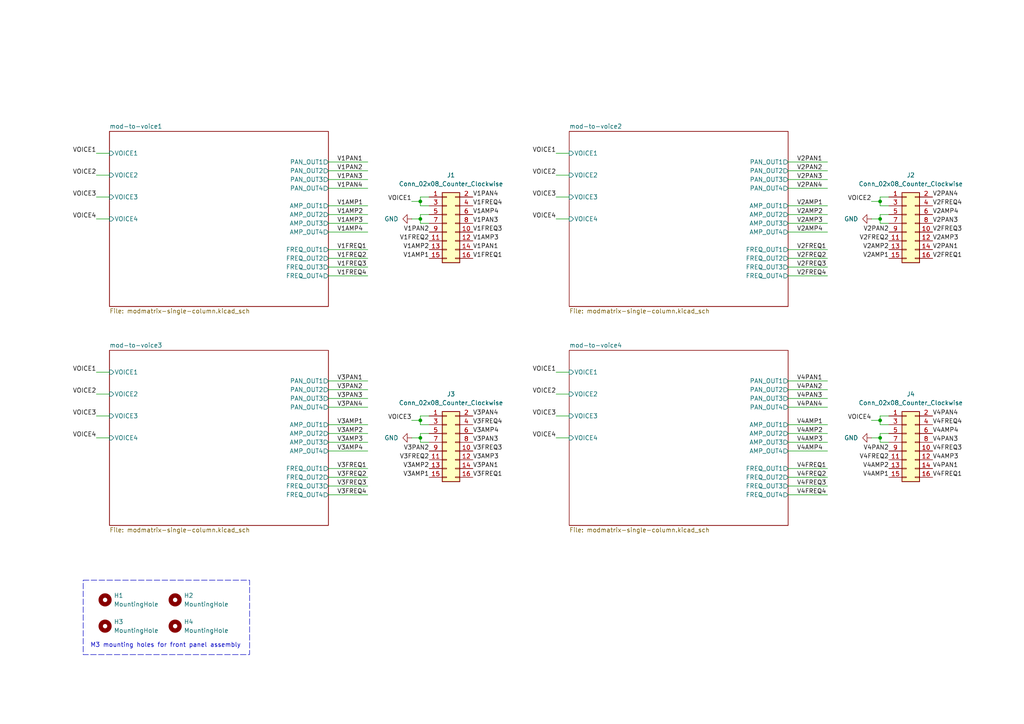
<source format=kicad_sch>
(kicad_sch (version 20231120) (generator "eeschema") (generator_version "8.0")
  (paper "A4")
  (title_block (title "Solstrejf Modulation Matrix Toplevel") (date "2024-08-24") (rev "1.0"))
  (lib_symbols
    (symbol "Connector_Generic:Conn_02x08_Odd_Even" (pin_names (offset 1.016) hide)
      (property "Reference" "J" (at 1.27 10.16 0))
      (property "Value" "Conn_02x08_Odd_Even" (at 1.27 -12.7 0))
      (symbol "Conn_02x08_Odd_Even_1_1"
        (rectangle (start -1.27 -10.033) (end 0 -10.287) (stroke (width 0.1524)))
        (rectangle (start -1.27 -7.493) (end 0 -7.747) (stroke (width 0.1524)))
        (rectangle (start -1.27 -4.953) (end 0 -5.207) (stroke (width 0.1524)))
        (rectangle (start -1.27 -2.413) (end 0 -2.667) (stroke (width 0.1524)))
        (rectangle (start -1.27 0.127) (end 0 -0.127) (stroke (width 0.1524)))
        (rectangle (start -1.27 2.667) (end 0 2.413) (stroke (width 0.1524)))
        (rectangle (start -1.27 5.207) (end 0 4.953) (stroke (width 0.1524)))
        (rectangle (start -1.27 7.747) (end 0 7.493) (stroke (width 0.1524)))
        (rectangle (start -1.27 8.89) (end 3.81 -11.43) (stroke (width 0.254)) (fill (type background)))
        (rectangle (start 3.81 -10.033) (end 2.54 -10.287) (stroke (width 0.1524)))
        (rectangle (start 3.81 -7.493) (end 2.54 -7.747) (stroke (width 0.1524)))
        (rectangle (start 3.81 -4.953) (end 2.54 -5.207) (stroke (width 0.1524)))
        (rectangle (start 3.81 -2.413) (end 2.54 -2.667) (stroke (width 0.1524)))
        (rectangle (start 3.81 0.127) (end 2.54 -0.127) (stroke (width 0.1524)))
        (rectangle (start 3.81 2.667) (end 2.54 2.413) (stroke (width 0.1524)))
        (rectangle (start 3.81 5.207) (end 2.54 4.953) (stroke (width 0.1524)))
        (rectangle (start 3.81 7.747) (end 2.54 7.493) (stroke (width 0.1524)))
        (pin passive line (at -5.08 7.62 0) (length 3.81) (name "Pin_1") (number "1"))
        (pin passive line (at 7.62 -2.54 180) (length 3.81) (name "Pin_10") (number "10"))
        (pin passive line (at -5.08 -5.08 0) (length 3.81) (name "Pin_11") (number "11"))
        (pin passive line (at 7.62 -5.08 180) (length 3.81) (name "Pin_12") (number "12"))
        (pin passive line (at -5.08 -7.62 0) (length 3.81) (name "Pin_13") (number "13"))
        (pin passive line (at 7.62 -7.62 180) (length 3.81) (name "Pin_14") (number "14"))
        (pin passive line (at -5.08 -10.16 0) (length 3.81) (name "Pin_15") (number "15"))
        (pin passive line (at 7.62 -10.16 180) (length 3.81) (name "Pin_16") (number "16"))
        (pin passive line (at 7.62 7.62 180) (length 3.81) (name "Pin_2") (number "2"))
        (pin passive line (at -5.08 5.08 0) (length 3.81) (name "Pin_3") (number "3"))
        (pin passive line (at 7.62 5.08 180) (length 3.81) (name "Pin_4") (number "4"))
        (pin passive line (at -5.08 2.54 0) (length 3.81) (name "Pin_5") (number "5"))
        (pin passive line (at 7.62 2.54 180) (length 3.81) (name "Pin_6") (number "6"))
        (pin passive line (at -5.08 0 0) (length 3.81) (name "Pin_7") (number "7"))
        (pin passive line (at 7.62 0 180) (length 3.81) (name "Pin_8") (number "8"))
        (pin passive line (at -5.08 -2.54 0) (length 3.81) (name "Pin_9") (number "9"))
      )
    )
    (symbol "Mechanical:MountingHole" (pin_names (offset 1.016)) (exclude_from_sim yes) (in_bom no)
      (property "Reference" "H" (at 0 5.08 0))
      (property "Value" "MountingHole" (at 0 3.175 0))
      (symbol "MountingHole_0_1"
        (circle (center 0 0) (radius 1.27) (stroke (width 1.27)))
      )
    )
    (symbol "power:GND" (power) (pin_numbers hide) (pin_names (offset 0) hide)
      (property "Value" "GND" (at 0 -3.81 0))
      (symbol "GND_0_1"
        (polyline (pts (xy 0 0) (xy 0 -1.27) (xy 1.27 -1.27) (xy 0 -2.54) (xy -1.27 -1.27) (xy 0 -1.27)))
      )
      (symbol "GND_1_1"
        (pin power_in line (at 0 0 270) (length 0) (name "~") (number "1"))
      )
    )
  )
  (junction (at 255.27 58.42))
  (junction (at 255.27 63.5))
  (junction (at 121.92 121.92))
  (junction (at 121.92 127))
  (junction (at 255.27 121.92))
  (junction (at 121.92 63.5))
  (junction (at 121.92 58.42))
  (junction (at 255.27 127))
  (wire (pts (xy 27.94 50.8) (xy 31.75 50.8)))
  (wire (pts (xy 228.6 49.53) (xy 240.03 49.53)))
  (wire (pts (xy 257.81 62.23) (xy 255.27 62.23)))
  (wire (pts (xy 95.25 59.69) (xy 106.68 59.69)))
  (wire (pts (xy 95.25 74.93) (xy 106.68 74.93)))
  (wire (pts (xy 124.46 123.19) (xy 121.92 123.19)))
  (wire (pts (xy 95.25 110.49) (xy 106.68 110.49)))
  (wire (pts (xy 27.94 44.45) (xy 31.75 44.45)))
  (wire (pts (xy 228.6 52.07) (xy 240.03 52.07)))
  (wire (pts (xy 228.6 135.89) (xy 240.03 135.89)))
  (wire (pts (xy 161.29 57.15) (xy 165.1 57.15)))
  (wire (pts (xy 95.25 54.61) (xy 106.68 54.61)))
  (wire (pts (xy 124.46 125.73) (xy 121.92 125.73)))
  (wire (pts (xy 228.6 140.97) (xy 240.03 140.97)))
  (wire (pts (xy 27.94 63.5) (xy 31.75 63.5)))
  (wire (pts (xy 121.92 63.5) (xy 119.38 63.5)))
  (wire (pts (xy 255.27 121.92) (xy 252.73 121.92)))
  (wire (pts (xy 255.27 128.27) (xy 255.27 127)))
  (wire (pts (xy 161.29 44.45) (xy 165.1 44.45)))
  (wire (pts (xy 95.25 115.57) (xy 106.68 115.57)))
  (wire (pts (xy 255.27 63.5) (xy 252.73 63.5)))
  (wire (pts (xy 121.92 127) (xy 121.92 125.73)))
  (wire (pts (xy 95.25 113.03) (xy 106.68 113.03)))
  (wire (pts (xy 257.81 128.27) (xy 255.27 128.27)))
  (wire (pts (xy 95.25 128.27) (xy 106.68 128.27)))
  (wire (pts (xy 95.25 80.01) (xy 106.68 80.01)))
  (wire (pts (xy 95.25 140.97) (xy 106.68 140.97)))
  (wire (pts (xy 95.25 125.73) (xy 106.68 125.73)))
  (wire (pts (xy 124.46 128.27) (xy 121.92 128.27)))
  (wire (pts (xy 95.25 118.11) (xy 106.68 118.11)))
  (wire (pts (xy 27.94 120.65) (xy 31.75 120.65)))
  (wire (pts (xy 228.6 62.23) (xy 240.03 62.23)))
  (wire (pts (xy 27.94 114.3) (xy 31.75 114.3)))
  (wire (pts (xy 257.81 123.19) (xy 255.27 123.19)))
  (wire (pts (xy 95.25 123.19) (xy 106.68 123.19)))
  (wire (pts (xy 257.81 125.73) (xy 255.27 125.73)))
  (wire (pts (xy 95.25 46.99) (xy 106.68 46.99)))
  (wire (pts (xy 257.81 57.15) (xy 255.27 57.15)))
  (wire (pts (xy 228.6 64.77) (xy 240.03 64.77)))
  (wire (pts (xy 228.6 80.01) (xy 240.03 80.01)))
  (wire (pts (xy 95.25 64.77) (xy 106.68 64.77)))
  (wire (pts (xy 161.29 63.5) (xy 165.1 63.5)))
  (wire (pts (xy 95.25 77.47) (xy 106.68 77.47)))
  (wire (pts (xy 228.6 67.31) (xy 240.03 67.31)))
  (wire (pts (xy 121.92 121.92) (xy 119.38 121.92)))
  (wire (pts (xy 255.27 127) (xy 255.27 125.73)))
  (wire (pts (xy 161.29 114.3) (xy 165.1 114.3)))
  (wire (pts (xy 255.27 64.77) (xy 255.27 63.5)))
  (wire (pts (xy 228.6 77.47) (xy 240.03 77.47)))
  (wire (pts (xy 95.25 130.81) (xy 106.68 130.81)))
  (wire (pts (xy 161.29 50.8) (xy 165.1 50.8)))
  (wire (pts (xy 228.6 74.93) (xy 240.03 74.93)))
  (wire (pts (xy 257.81 64.77) (xy 255.27 64.77)))
  (wire (pts (xy 228.6 125.73) (xy 240.03 125.73)))
  (wire (pts (xy 228.6 128.27) (xy 240.03 128.27)))
  (wire (pts (xy 228.6 54.61) (xy 240.03 54.61)))
  (wire (pts (xy 161.29 127) (xy 165.1 127)))
  (wire (pts (xy 95.25 62.23) (xy 106.68 62.23)))
  (wire (pts (xy 124.46 120.65) (xy 121.92 120.65)))
  (wire (pts (xy 95.25 72.39) (xy 106.68 72.39)))
  (wire (pts (xy 228.6 130.81) (xy 240.03 130.81)))
  (wire (pts (xy 121.92 127) (xy 119.38 127)))
  (wire (pts (xy 121.92 123.19) (xy 121.92 121.92)))
  (wire (pts (xy 255.27 127) (xy 252.73 127)))
  (wire (pts (xy 95.25 52.07) (xy 106.68 52.07)))
  (wire (pts (xy 121.92 64.77) (xy 121.92 63.5)))
  (wire (pts (xy 124.46 64.77) (xy 121.92 64.77)))
  (wire (pts (xy 257.81 120.65) (xy 255.27 120.65)))
  (wire (pts (xy 124.46 62.23) (xy 121.92 62.23)))
  (wire (pts (xy 27.94 127) (xy 31.75 127)))
  (wire (pts (xy 124.46 57.15) (xy 121.92 57.15)))
  (wire (pts (xy 257.81 59.69) (xy 255.27 59.69)))
  (wire (pts (xy 121.92 128.27) (xy 121.92 127)))
  (wire (pts (xy 255.27 63.5) (xy 255.27 62.23)))
  (wire (pts (xy 228.6 115.57) (xy 240.03 115.57)))
  (wire (pts (xy 228.6 138.43) (xy 240.03 138.43)))
  (wire (pts (xy 95.25 143.51) (xy 106.68 143.51)))
  (wire (pts (xy 124.46 59.69) (xy 121.92 59.69)))
  (wire (pts (xy 228.6 59.69) (xy 240.03 59.69)))
  (wire (pts (xy 255.27 59.69) (xy 255.27 58.42)))
  (wire (pts (xy 95.25 138.43) (xy 106.68 138.43)))
  (wire (pts (xy 95.25 49.53) (xy 106.68 49.53)))
  (wire (pts (xy 95.25 135.89) (xy 106.68 135.89)))
  (wire (pts (xy 121.92 63.5) (xy 121.92 62.23)))
  (wire (pts (xy 121.92 58.42) (xy 119.38 58.42)))
  (wire (pts (xy 228.6 143.51) (xy 240.03 143.51)))
  (wire (pts (xy 255.27 123.19) (xy 255.27 121.92)))
  (wire (pts (xy 228.6 110.49) (xy 240.03 110.49)))
  (wire (pts (xy 121.92 59.69) (xy 121.92 58.42)))
  (wire (pts (xy 228.6 46.99) (xy 240.03 46.99)))
  (wire (pts (xy 161.29 120.65) (xy 165.1 120.65)))
  (wire (pts (xy 27.94 107.95) (xy 31.75 107.95)))
  (wire (pts (xy 255.27 58.42) (xy 252.73 58.42)))
  (wire (pts (xy 95.25 67.31) (xy 106.68 67.31)))
  (wire (pts (xy 161.29 107.95) (xy 165.1 107.95)))
  (wire (pts (xy 255.27 121.92) (xy 255.27 120.65)))
  (wire (pts (xy 121.92 58.42) (xy 121.92 57.15)))
  (wire (pts (xy 228.6 113.03) (xy 240.03 113.03)))
  (wire (pts (xy 255.27 58.42) (xy 255.27 57.15)))
  (wire (pts (xy 228.6 72.39) (xy 240.03 72.39)))
  (wire (pts (xy 228.6 123.19) (xy 240.03 123.19)))
  (wire (pts (xy 27.94 57.15) (xy 31.75 57.15)))
  (wire (pts (xy 121.92 121.92) (xy 121.92 120.65)))
  (wire (pts (xy 228.6 118.11) (xy 240.03 118.11)))
  (rectangle (start 24.13 168.275) (end 72.39 189.865) (stroke (width 0) (type dash)))
  (text "M3 mounting holes for front panel assembly " (at 48.514 187.198 0) (effects (font (size 1.27 1.27))))
  (label "VOICE2" (at 27.94 50.8 180))
  (label "V4FREQ4" (at 270.51 123.19 0))
  (label "V1PAN2" (at 97.79 49.53 0))
  (label "V4AMP3" (at 270.51 133.35 0))
  (label "V3PAN2" (at 124.46 130.81 180))
  (label "V2PAN1" (at 270.51 72.39 0))
  (label "V2FREQ3" (at 270.51 67.31 0))
  (label "V2PAN3" (at 231.14 52.07 0))
  (label "VOICE3" (at 161.29 120.65 180))
  (label "V1AMP3" (at 97.79 64.77 0))
  (label "V2FREQ1" (at 231.14 72.39 0))
  (label "VOICE2" (at 161.29 114.3 180))
  (label "V2AMP4" (at 231.14 67.31 0))
  (label "V4PAN2" (at 231.14 113.03 0))
  (label "VOICE4" (at 161.29 127 180))
  (label "V2AMP4" (at 270.51 62.23 0))
  (label "V3FREQ4" (at 137.16 123.19 0))
  (label "V1AMP2" (at 97.79 62.23 0))
  (label "V2FREQ2" (at 257.81 69.85 180))
  (label "V3FREQ3" (at 97.79 140.97 0))
  (label "V2PAN3" (at 270.51 64.77 0))
  (label "V1AMP3" (at 137.16 69.85 0))
  (label "V2FREQ3" (at 231.14 77.47 0))
  (label "V3PAN3" (at 137.16 128.27 0))
  (label "V1FREQ3" (at 137.16 67.31 0))
  (label "V1FREQ2" (at 97.79 74.93 0))
  (label "V3AMP1" (at 97.79 123.19 0))
  (label "V4PAN2" (at 257.81 130.81 180))
  (label "VOICE4" (at 252.73 121.92 180))
  (label "V2FREQ4" (at 270.51 59.69 0))
  (label "V4PAN1" (at 231.14 110.49 0))
  (label "VOICE4" (at 161.29 63.5 180))
  (label "V3PAN2" (at 97.79 113.03 0))
  (label "V4AMP4" (at 231.14 130.81 0))
  (label "V2PAN2" (at 257.81 67.31 180))
  (label "V1AMP2" (at 124.46 72.39 180))
  (label "V2PAN4" (at 231.14 54.61 0))
  (label "VOICE1" (at 119.38 58.42 180))
  (label "V1PAN1" (at 97.79 46.99 0))
  (label "V2AMP1" (at 231.14 59.69 0))
  (label "V4AMP2" (at 231.14 125.73 0))
  (label "VOICE3" (at 119.38 121.92 180))
  (label "V3PAN3" (at 97.79 115.57 0))
  (label "V4PAN4" (at 231.14 118.11 0))
  (label "V4FREQ3" (at 270.51 130.81 0))
  (label "V3PAN1" (at 137.16 135.89 0))
  (label "V3PAN1" (at 97.79 110.49 0))
  (label "V2FREQ4" (at 231.14 80.01 0))
  (label "V1PAN3" (at 97.79 52.07 0))
  (label "V2AMP3" (at 270.51 69.85 0))
  (label "VOICE4" (at 27.94 63.5 180))
  (label "V2AMP3" (at 231.14 64.77 0))
  (label "V2PAN4" (at 270.51 57.15 0))
  (label "V1AMP1" (at 124.46 74.93 180))
  (label "V2PAN1" (at 231.14 46.99 0))
  (label "V4FREQ2" (at 231.14 138.43 0))
  (label "V1PAN3" (at 137.16 64.77 0))
  (label "V4FREQ1" (at 231.14 135.89 0))
  (label "V4AMP2" (at 257.81 135.89 180))
  (label "VOICE1" (at 161.29 44.45 180))
  (label "V3FREQ2" (at 97.79 138.43 0))
  (label "V4PAN3" (at 270.51 128.27 0))
  (label "V2AMP2" (at 231.14 62.23 0))
  (label "V1PAN1" (at 137.16 72.39 0))
  (label "V3AMP4" (at 137.16 125.73 0))
  (label "V3AMP4" (at 97.79 130.81 0))
  (label "V1PAN4" (at 137.16 57.15 0))
  (label "V3FREQ1" (at 97.79 135.89 0))
  (label "VOICE2" (at 27.94 114.3 180))
  (label "V3FREQ3" (at 137.16 130.81 0))
  (label "V1PAN2" (at 124.46 67.31 180))
  (label "V3FREQ2" (at 124.46 133.35 180))
  (label "V2FREQ1" (at 270.51 74.93 0))
  (label "V4AMP3" (at 231.14 128.27 0))
  (label "VOICE1" (at 27.94 107.95 180))
  (label "V4AMP4" (at 270.51 125.73 0))
  (label "V3FREQ1" (at 137.16 138.43 0))
  (label "V3PAN4" (at 137.16 120.65 0))
  (label "V1FREQ1" (at 137.16 74.93 0))
  (label "V3AMP2" (at 124.46 135.89 180))
  (label "V3FREQ4" (at 97.79 143.51 0))
  (label "V4PAN1" (at 270.51 135.89 0))
  (label "V4PAN3" (at 231.14 115.57 0))
  (label "V2AMP1" (at 257.81 74.93 180))
  (label "V1FREQ4" (at 137.16 59.69 0))
  (label "V1FREQ3" (at 97.79 77.47 0))
  (label "VOICE4" (at 27.94 127 180))
  (label "V2AMP2" (at 257.81 72.39 180))
  (label "V3AMP1" (at 124.46 138.43 180))
  (label "V4AMP1" (at 231.14 123.19 0))
  (label "V1AMP1" (at 97.79 59.69 0))
  (label "V4AMP1" (at 257.81 138.43 180))
  (label "VOICE2" (at 161.29 50.8 180))
  (label "V4FREQ1" (at 270.51 138.43 0))
  (label "V4FREQ4" (at 231.14 143.51 0))
  (label "VOICE3" (at 161.29 57.15 180))
  (label "V3AMP3" (at 137.16 133.35 0))
  (label "V1AMP4" (at 137.16 62.23 0))
  (label "VOICE3" (at 27.94 120.65 180))
  (label "V2PAN2" (at 231.14 49.53 0))
  (label "VOICE1" (at 161.29 107.95 180))
  (label "VOICE3" (at 27.94 57.15 180))
  (label "V2FREQ2" (at 231.14 74.93 0))
  (label "V3AMP2" (at 97.79 125.73 0))
  (label "V4FREQ3" (at 231.14 140.97 0))
  (label "V4FREQ2" (at 257.81 133.35 180))
  (label "V4PAN4" (at 270.51 120.65 0))
  (label "V1FREQ1" (at 97.79 72.39 0))
  (label "VOICE1" (at 27.94 44.45 180))
  (label "V3PAN4" (at 97.79 118.11 0))
  (label "V1FREQ4" (at 97.79 80.01 0))
  (label "V1PAN4" (at 97.79 54.61 0))
  (label "V3AMP3" (at 97.79 128.27 0))
  (label "V1FREQ2" (at 124.46 69.85 180))
  (label "VOICE2" (at 252.73 58.42 180))
  (label "V1AMP4" (at 97.79 67.31 0))
  (symbol (lib_id "Connector_Generic:Conn_02x08_Odd_Even") (at 262.89 64.77 0) (unit 1)
    (property "Reference" "J2" (at 264.16 50.8 0))
    (property "Value" "Conn_02x08_Counter_Clockwise" (at 264.16 53.34 0))
    (property "Footprint" "Connector_IDC:IDC-Header_2x08_P2.54mm_Vertical" (effects (hide yes)))
    (property "Description" "Generic connector, double row, 02x08, odd/even pin numbering scheme (row 1 odd numbers, row 2 even numbers), script generated (kicad-library-utils/schlib/autogen/connector/)" (effects (hide yes)))
  )
  (symbol (lib_id "power:GND") (at 119.38 63.5 270) (unit 1)
    (property "Reference" "#PWR050" (effects (hide yes)))
    (property "Value" "GND" (at 115.57 63.5001 90) (effects (justify right)))
    (property "Description" "Power symbol creates a global label with name \"GND\" , ground" (effects (hide yes)))
  )
  (symbol (lib_id "Mechanical:MountingHole") (at 50.8 181.61 0) (unit 1) (exclude_from_sim yes) (in_bom no)
    (property "Reference" "H4" (at 53.34 180.3399 0) (effects (justify left)))
    (property "Value" "MountingHole" (at 53.34 182.8799 0) (effects (justify left)))
    (property "Footprint" "MountingHole:MountingHole_3.2mm_M3_DIN965" (effects (hide yes)))
    (property "Description" "Mounting Hole without connection" (effects (hide yes)))
  )
  (symbol (lib_id "Mechanical:MountingHole") (at 50.8 173.99 0) (unit 1) (exclude_from_sim yes) (in_bom no)
    (property "Reference" "H2" (at 53.34 172.7199 0) (effects (justify left)))
    (property "Value" "MountingHole" (at 53.34 175.2599 0) (effects (justify left)))
    (property "Footprint" "MountingHole:MountingHole_3.2mm_M3_DIN965" (effects (hide yes)))
    (property "Description" "Mounting Hole without connection" (effects (hide yes)))
  )
  (symbol (lib_id "Connector_Generic:Conn_02x08_Odd_Even") (at 129.54 128.27 0) (unit 1)
    (property "Reference" "J3" (at 130.81 114.3 0))
    (property "Value" "Conn_02x08_Counter_Clockwise" (at 130.81 116.84 0))
    (property "Footprint" "Connector_IDC:IDC-Header_2x08_P2.54mm_Vertical" (effects (hide yes)))
    (property "Description" "Generic connector, double row, 02x08, odd/even pin numbering scheme (row 1 odd numbers, row 2 even numbers), script generated (kicad-library-utils/schlib/autogen/connector/)" (effects (hide yes)))
  )
  (symbol (lib_id "Connector_Generic:Conn_02x08_Odd_Even") (at 262.89 128.27 0) (unit 1)
    (property "Reference" "J4" (at 264.16 114.3 0))
    (property "Value" "Conn_02x08_Counter_Clockwise" (at 264.16 116.84 0))
    (property "Footprint" "Connector_IDC:IDC-Header_2x08_P2.54mm_Vertical" (effects (hide yes)))
    (property "Description" "Generic connector, double row, 02x08, odd/even pin numbering scheme (row 1 odd numbers, row 2 even numbers), script generated (kicad-library-utils/schlib/autogen/connector/)" (effects (hide yes)))
  )
  (symbol (lib_id "power:GND") (at 119.38 127 270) (unit 1)
    (property "Reference" "#PWR049" (effects (hide yes)))
    (property "Value" "GND" (at 115.57 127.0001 90) (effects (justify right)))
    (property "Description" "Power symbol creates a global label with name \"GND\" , ground" (effects (hide yes)))
  )
  (symbol (lib_id "power:GND") (at 252.73 63.5 270) (unit 1)
    (property "Reference" "#PWR052" (effects (hide yes)))
    (property "Value" "GND" (at 248.92 63.5001 90) (effects (justify right)))
    (property "Description" "Power symbol creates a global label with name \"GND\" , ground" (effects (hide yes)))
  )
  (symbol (lib_id "Mechanical:MountingHole") (at 30.48 173.99 0) (unit 1) (exclude_from_sim yes) (in_bom no)
    (property "Reference" "H1" (at 33.02 172.7199 0) (effects (justify left)))
    (property "Value" "MountingHole" (at 33.02 175.2599 0) (effects (justify left)))
    (property "Footprint" "MountingHole:MountingHole_3.2mm_M3_DIN965" (effects (hide yes)))
    (property "Description" "Mounting Hole without connection" (effects (hide yes)))
  )
  (symbol (lib_id "Connector_Generic:Conn_02x08_Odd_Even") (at 129.54 64.77 0) (unit 1)
    (property "Reference" "J1" (at 130.81 50.8 0))
    (property "Value" "Conn_02x08_Counter_Clockwise" (at 130.81 53.34 0))
    (property "Footprint" "Connector_IDC:IDC-Header_2x08_P2.54mm_Vertical" (effects (hide yes)))
    (property "Description" "Generic connector, double row, 02x08, odd/even pin numbering scheme (row 1 odd numbers, row 2 even numbers), script generated (kicad-library-utils/schlib/autogen/connector/)" (effects (hide yes)))
  )
  (symbol (lib_id "Mechanical:MountingHole") (at 30.48 181.61 0) (unit 1) (exclude_from_sim yes) (in_bom no)
    (property "Reference" "H3" (at 33.02 180.3399 0) (effects (justify left)))
    (property "Value" "MountingHole" (at 33.02 182.8799 0) (effects (justify left)))
    (property "Footprint" "MountingHole:MountingHole_3.2mm_M3_DIN965" (effects (hide yes)))
    (property "Description" "Mounting Hole without connection" (effects (hide yes)))
  )
  (symbol (lib_id "power:GND") (at 252.73 127 270) (unit 1)
    (property "Reference" "#PWR051" (effects (hide yes)))
    (property "Value" "GND" (at 248.92 127.0001 90) (effects (justify right)))
    (property "Description" "Power symbol creates a global label with name \"GND\" , ground" (effects (hide yes)))
  )
  (sheet (at 31.75 38.1) (size 63.5 50.8) (stroke (width 0.1524))
    (property "Sheetname" "mod-to-voice1" (at 31.75 37.3884 0) (effects (justify left bottom)))
    (property "Sheetfile" "modmatrix-single-column.kicad_sch" (at 31.75 89.4846 0) (effects (justify left top)))
    (pin "VOICE2" input (at 31.75 50.8 180))
    (pin "VOICE1" input (at 31.75 44.45 180))
    (pin "VOICE4" input (at 31.75 63.5 180))
    (pin "VOICE3" input (at 31.75 57.15 180))
    (pin "PAN_OUT1" output (at 95.25 46.99 0))
    (pin "PAN_OUT2" output (at 95.25 49.53 0))
    (pin "PAN_OUT3" output (at 95.25 52.07 0))
    (pin "PAN_OUT4" output (at 95.25 54.61 0))
    (pin "AMP_OUT1" output (at 95.25 59.69 0))
    (pin "AMP_OUT2" output (at 95.25 62.23 0))
    (pin "AMP_OUT3" output (at 95.25 64.77 0))
    (pin "AMP_OUT4" output (at 95.25 67.31 0))
    (pin "FREQ_OUT1" output (at 95.25 72.39 0))
    (pin "FREQ_OUT2" output (at 95.25 74.93 0))
    (pin "FREQ_OUT3" output (at 95.25 77.47 0))
    (pin "FREQ_OUT4" output (at 95.25 80.01 0))
  )
  (sheet (at 165.1 101.6) (size 63.5 50.8) (stroke (width 0.1524))
    (property "Sheetname" "mod-to-voice4" (at 165.1 100.8884 0) (effects (justify left bottom)))
    (property "Sheetfile" "modmatrix-single-column.kicad_sch" (at 165.1 152.9846 0) (effects (justify left top)))
    (pin "VOICE2" input (at 165.1 114.3 180))
    (pin "VOICE1" input (at 165.1 107.95 180))
    (pin "VOICE4" input (at 165.1 127 180))
    (pin "VOICE3" input (at 165.1 120.65 180))
    (pin "PAN_OUT1" output (at 228.6 110.49 0))
    (pin "PAN_OUT2" output (at 228.6 113.03 0))
    (pin "PAN_OUT3" output (at 228.6 115.57 0))
    (pin "PAN_OUT4" output (at 228.6 118.11 0))
    (pin "AMP_OUT1" output (at 228.6 123.19 0))
    (pin "AMP_OUT2" output (at 228.6 125.73 0))
    (pin "AMP_OUT3" output (at 228.6 128.27 0))
    (pin "AMP_OUT4" output (at 228.6 130.81 0))
    (pin "FREQ_OUT1" output (at 228.6 135.89 0))
    (pin "FREQ_OUT2" output (at 228.6 138.43 0))
    (pin "FREQ_OUT3" output (at 228.6 140.97 0))
    (pin "FREQ_OUT4" output (at 228.6 143.51 0))
  )
  (sheet (at 31.75 101.6) (size 63.5 50.8) (stroke (width 0.1524))
    (property "Sheetname" "mod-to-voice3" (at 31.75 100.8884 0) (effects (justify left bottom)))
    (property "Sheetfile" "modmatrix-single-column.kicad_sch" (at 31.75 152.9846 0) (effects (justify left top)))
    (pin "VOICE2" input (at 31.75 114.3 180))
    (pin "VOICE1" input (at 31.75 107.95 180))
    (pin "VOICE4" input (at 31.75 127 180))
    (pin "VOICE3" input (at 31.75 120.65 180))
    (pin "PAN_OUT1" output (at 95.25 110.49 0))
    (pin "PAN_OUT2" output (at 95.25 113.03 0))
    (pin "PAN_OUT3" output (at 95.25 115.57 0))
    (pin "PAN_OUT4" output (at 95.25 118.11 0))
    (pin "AMP_OUT1" output (at 95.25 123.19 0))
    (pin "AMP_OUT2" output (at 95.25 125.73 0))
    (pin "AMP_OUT3" output (at 95.25 128.27 0))
    (pin "AMP_OUT4" output (at 95.25 130.81 0))
    (pin "FREQ_OUT1" output (at 95.25 135.89 0))
    (pin "FREQ_OUT2" output (at 95.25 138.43 0))
    (pin "FREQ_OUT3" output (at 95.25 140.97 0))
    (pin "FREQ_OUT4" output (at 95.25 143.51 0))
  )
  (sheet (at 165.1 38.1) (size 63.5 50.8) (stroke (width 0.1524))
    (property "Sheetname" "mod-to-voice2" (at 165.1 37.3884 0) (effects (justify left bottom)))
    (property "Sheetfile" "modmatrix-single-column.kicad_sch" (at 165.1 89.4846 0) (effects (justify left top)))
    (pin "VOICE2" input (at 165.1 50.8 180))
    (pin "VOICE1" input (at 165.1 44.45 180))
    (pin "VOICE4" input (at 165.1 63.5 180))
    (pin "VOICE3" input (at 165.1 57.15 180))
    (pin "PAN_OUT1" output (at 228.6 46.99 0))
    (pin "PAN_OUT2" output (at 228.6 49.53 0))
    (pin "PAN_OUT3" output (at 228.6 52.07 0))
    (pin "PAN_OUT4" output (at 228.6 54.61 0))
    (pin "AMP_OUT1" output (at 228.6 59.69 0))
    (pin "AMP_OUT2" output (at 228.6 62.23 0))
    (pin "AMP_OUT3" output (at 228.6 64.77 0))
    (pin "AMP_OUT4" output (at 228.6 67.31 0))
    (pin "FREQ_OUT1" output (at 228.6 72.39 0))
    (pin "FREQ_OUT2" output (at 228.6 74.93 0))
    (pin "FREQ_OUT3" output (at 228.6 77.47 0))
    (pin "FREQ_OUT4" output (at 228.6 80.01 0))
  )
)
</source>
